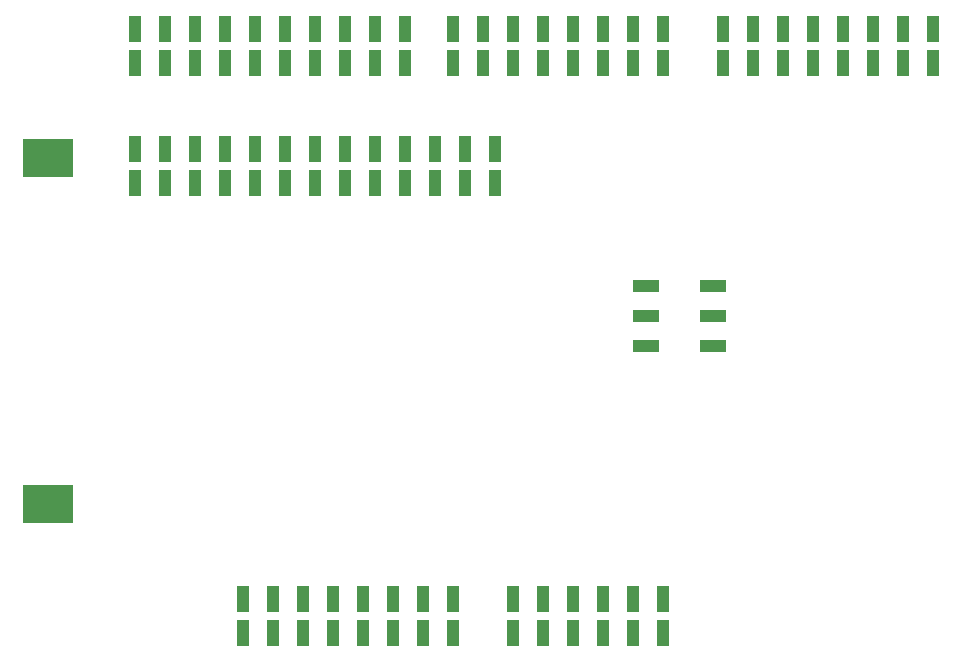
<source format=gbp>
G04*
G04 #@! TF.GenerationSoftware,Altium Limited,Altium Designer,23.11.1 (41)*
G04*
G04 Layer_Color=128*
%FSLAX24Y24*%
%MOIN*%
G70*
G04*
G04 #@! TF.SameCoordinates,7572C3C8-2950-46ED-BF1E-06EED60B5480*
G04*
G04*
G04 #@! TF.FilePolarity,Positive*
G04*
G01*
G75*
%ADD63R,0.0402X0.0862*%
%ADD248R,0.0874X0.0402*%
%ADD249R,0.1654X0.1260*%
D63*
X18400Y17423D02*
D03*
Y18577D02*
D03*
X17400Y17423D02*
D03*
Y18577D02*
D03*
X13400Y17423D02*
D03*
Y18577D02*
D03*
X14400Y17423D02*
D03*
Y18577D02*
D03*
X8400Y17423D02*
D03*
Y18577D02*
D03*
X9400D02*
D03*
Y17423D02*
D03*
X10400Y18577D02*
D03*
Y17423D02*
D03*
X12400Y18577D02*
D03*
Y17423D02*
D03*
X11400Y18577D02*
D03*
Y17423D02*
D03*
X7400D02*
D03*
Y18577D02*
D03*
X16400D02*
D03*
Y17423D02*
D03*
X15400Y18577D02*
D03*
Y17423D02*
D03*
X19400Y18577D02*
D03*
Y17423D02*
D03*
X34000Y21423D02*
D03*
Y22577D02*
D03*
X30000D02*
D03*
Y21423D02*
D03*
X29000Y22577D02*
D03*
Y21423D02*
D03*
X31000Y22577D02*
D03*
Y21423D02*
D03*
X32000Y22577D02*
D03*
Y21423D02*
D03*
X33000D02*
D03*
Y22577D02*
D03*
X27000Y21423D02*
D03*
Y22577D02*
D03*
X28000Y21423D02*
D03*
Y22577D02*
D03*
X8400D02*
D03*
Y21423D02*
D03*
X7400Y22577D02*
D03*
Y21423D02*
D03*
X16400D02*
D03*
Y22577D02*
D03*
X12400D02*
D03*
Y21423D02*
D03*
X11400Y22577D02*
D03*
Y21423D02*
D03*
X13400Y22577D02*
D03*
Y21423D02*
D03*
X14400Y22577D02*
D03*
Y21423D02*
D03*
X15400D02*
D03*
Y22577D02*
D03*
X9400Y21423D02*
D03*
Y22577D02*
D03*
X10400Y21423D02*
D03*
Y22577D02*
D03*
X25000Y21423D02*
D03*
Y22577D02*
D03*
X21000D02*
D03*
Y21423D02*
D03*
X20000Y22577D02*
D03*
Y21423D02*
D03*
X22000Y22577D02*
D03*
Y21423D02*
D03*
X23000Y22577D02*
D03*
Y21423D02*
D03*
X24000D02*
D03*
Y22577D02*
D03*
X18000Y21423D02*
D03*
Y22577D02*
D03*
X19000Y21423D02*
D03*
Y22577D02*
D03*
X20000Y3577D02*
D03*
Y2423D02*
D03*
X24000D02*
D03*
Y3577D02*
D03*
X25000Y2423D02*
D03*
Y3577D02*
D03*
X23000Y2423D02*
D03*
Y3577D02*
D03*
X22000Y2423D02*
D03*
Y3577D02*
D03*
X21000D02*
D03*
Y2423D02*
D03*
X11000Y3577D02*
D03*
Y2423D02*
D03*
X15000D02*
D03*
Y3577D02*
D03*
X16000Y2423D02*
D03*
Y3577D02*
D03*
X14000Y2423D02*
D03*
Y3577D02*
D03*
X13000Y2423D02*
D03*
Y3577D02*
D03*
X12000D02*
D03*
Y2423D02*
D03*
X18000Y3577D02*
D03*
Y2423D02*
D03*
X17000Y3577D02*
D03*
Y2423D02*
D03*
D248*
X24438Y12000D02*
D03*
X26662D02*
D03*
X24438Y13000D02*
D03*
Y14000D02*
D03*
X26662Y13000D02*
D03*
Y14000D02*
D03*
D249*
X4500Y18262D02*
D03*
Y6726D02*
D03*
M02*

</source>
